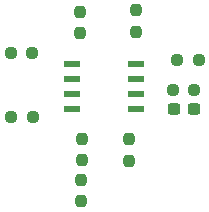
<source format=gbr>
%TF.GenerationSoftware,KiCad,Pcbnew,8.0.1*%
%TF.CreationDate,2025-01-22T19:50:13-07:00*%
%TF.ProjectId,ColorSensing,436f6c6f-7253-4656-9e73-696e672e6b69,rev?*%
%TF.SameCoordinates,Original*%
%TF.FileFunction,Paste,Top*%
%TF.FilePolarity,Positive*%
%FSLAX46Y46*%
G04 Gerber Fmt 4.6, Leading zero omitted, Abs format (unit mm)*
G04 Created by KiCad (PCBNEW 8.0.1) date 2025-01-22 19:50:13*
%MOMM*%
%LPD*%
G01*
G04 APERTURE LIST*
G04 Aperture macros list*
%AMRoundRect*
0 Rectangle with rounded corners*
0 $1 Rounding radius*
0 $2 $3 $4 $5 $6 $7 $8 $9 X,Y pos of 4 corners*
0 Add a 4 corners polygon primitive as box body*
4,1,4,$2,$3,$4,$5,$6,$7,$8,$9,$2,$3,0*
0 Add four circle primitives for the rounded corners*
1,1,$1+$1,$2,$3*
1,1,$1+$1,$4,$5*
1,1,$1+$1,$6,$7*
1,1,$1+$1,$8,$9*
0 Add four rect primitives between the rounded corners*
20,1,$1+$1,$2,$3,$4,$5,0*
20,1,$1+$1,$4,$5,$6,$7,0*
20,1,$1+$1,$6,$7,$8,$9,0*
20,1,$1+$1,$8,$9,$2,$3,0*%
G04 Aperture macros list end*
%ADD10RoundRect,0.237500X0.300000X0.237500X-0.300000X0.237500X-0.300000X-0.237500X0.300000X-0.237500X0*%
%ADD11RoundRect,0.237500X-0.250000X-0.237500X0.250000X-0.237500X0.250000X0.237500X-0.250000X0.237500X0*%
%ADD12R,1.460500X0.558800*%
%ADD13RoundRect,0.237500X0.237500X-0.250000X0.237500X0.250000X-0.237500X0.250000X-0.237500X-0.250000X0*%
%ADD14RoundRect,0.237500X0.250000X0.237500X-0.250000X0.237500X-0.250000X-0.237500X0.250000X-0.237500X0*%
G04 APERTURE END LIST*
D10*
%TO.C,C3*%
X134420000Y-83870000D03*
X132695000Y-83870000D03*
%TD*%
D11*
%TO.C,R5*%
X132635000Y-82240000D03*
X134460000Y-82240000D03*
%TD*%
%TO.C,R1*%
X118905000Y-79090000D03*
X120730000Y-79090000D03*
%TD*%
D12*
%TO.C,U1*%
X124091700Y-80040000D03*
X124091700Y-81310000D03*
X124091700Y-82580000D03*
X124091700Y-83850000D03*
X129540000Y-83850000D03*
X129540000Y-82580000D03*
X129540000Y-81310000D03*
X129540000Y-80040000D03*
%TD*%
D11*
%TO.C,R3*%
X132985000Y-79670000D03*
X134810000Y-79670000D03*
%TD*%
D13*
%TO.C,RL2*%
X129530000Y-77310000D03*
X129530000Y-75485000D03*
%TD*%
%TO.C,RL1*%
X124810000Y-77435000D03*
X124810000Y-75610000D03*
%TD*%
%TO.C,RL3*%
X124930000Y-88160000D03*
X124930000Y-86335000D03*
%TD*%
D14*
%TO.C,R6*%
X120760000Y-84540000D03*
X118935000Y-84540000D03*
%TD*%
D13*
%TO.C,R7*%
X124830000Y-91635000D03*
X124830000Y-89810000D03*
%TD*%
%TO.C,RL4*%
X128890000Y-88200000D03*
X128890000Y-86375000D03*
%TD*%
M02*

</source>
